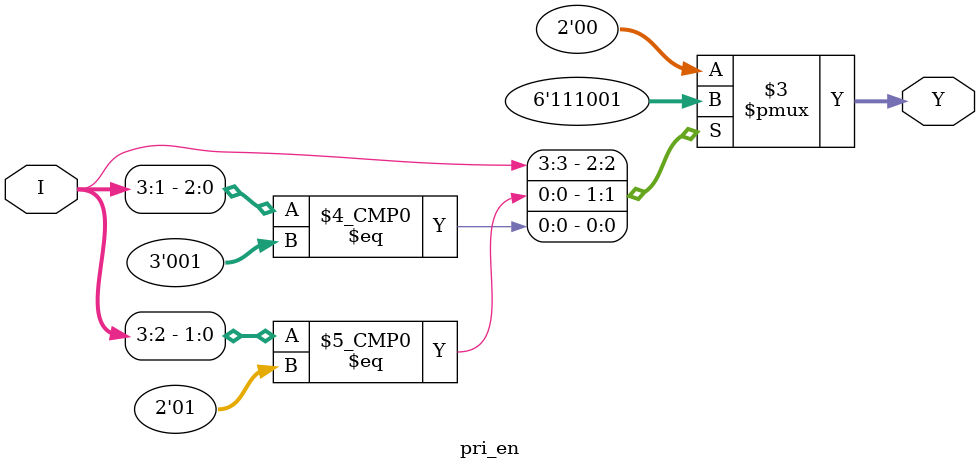
<source format=sv>
module pri_en(
	input logic [3:0] I,
	output logic [1:0] Y
);


  always_comb begin: selector
    casez(I)
      4'b1???: Y = 2'b11; // I[3] highest priority
      4'b01??: Y = 2'b10; // I[2] highest priority
      4'b001?: Y = 2'b01; // I[1] highest priority
      default: Y = 2'b00; // no active input
    endcase
  end: selector

endmodule: pri_en

</source>
